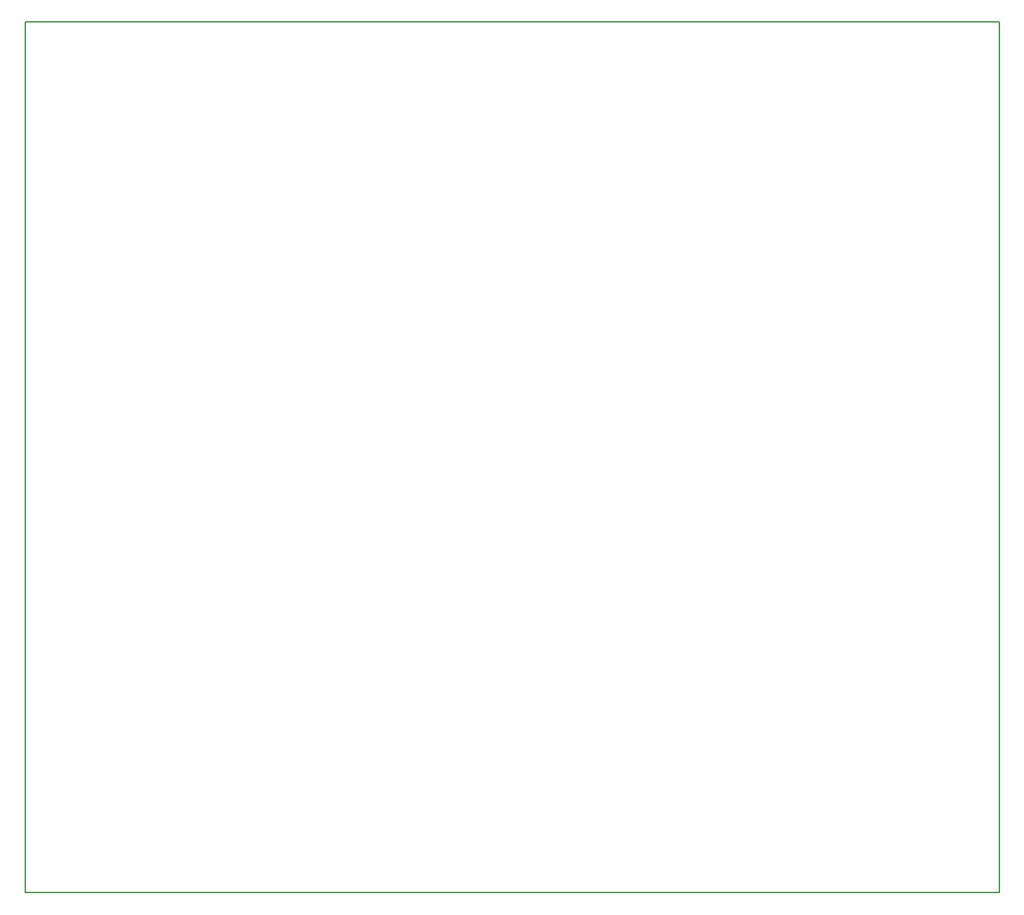
<source format=gbr>
G04 #@! TF.FileFunction,Profile,NP*
%FSLAX46Y46*%
G04 Gerber Fmt 4.6, Leading zero omitted, Abs format (unit mm)*
G04 Created by KiCad (PCBNEW 4.0.6-e0-6349~53~ubuntu16.04.1) date Mon Apr  3 23:13:33 2017*
%MOMM*%
%LPD*%
G01*
G04 APERTURE LIST*
%ADD10C,0.100000*%
%ADD11C,0.150000*%
G04 APERTURE END LIST*
D10*
D11*
X85090000Y-144780000D02*
X85090000Y-36830000D01*
X205740000Y-144780000D02*
X85090000Y-144780000D01*
X205740000Y-36830000D02*
X205740000Y-144780000D01*
X85090000Y-36830000D02*
X205740000Y-36830000D01*
M02*

</source>
